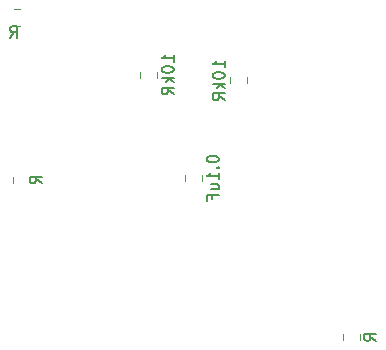
<source format=gbo>
G04 #@! TF.GenerationSoftware,KiCad,Pcbnew,(5.1.2)-2*
G04 #@! TF.CreationDate,2019-12-10T15:16:51+09:00*
G04 #@! TF.ProjectId,cap-sensor,6361702d-7365-46e7-936f-722e6b696361,rev?*
G04 #@! TF.SameCoordinates,Original*
G04 #@! TF.FileFunction,Legend,Bot*
G04 #@! TF.FilePolarity,Positive*
%FSLAX46Y46*%
G04 Gerber Fmt 4.6, Leading zero omitted, Abs format (unit mm)*
G04 Created by KiCad (PCBNEW (5.1.2)-2) date 2019-12-10 15:16:51*
%MOMM*%
%LPD*%
G04 APERTURE LIST*
%ADD10C,0.120000*%
%ADD11C,0.150000*%
%ADD12C,1.252000*%
%ADD13R,1.702000X1.702000*%
%ADD14C,1.702000*%
%ADD15R,1.827000X1.827000*%
%ADD16C,1.827000*%
%ADD17C,1.602000*%
%ADD18R,1.802000X1.802000*%
%ADD19O,1.802000X1.802000*%
%ADD20C,2.102000*%
%ADD21O,1.702000X1.702000*%
%ADD22C,1.802000*%
%ADD23O,2.052000X1.802000*%
G04 APERTURE END LIST*
D10*
X127560000Y-69833748D02*
X127560000Y-70356252D01*
X128980000Y-69833748D02*
X128980000Y-70356252D01*
X140895000Y-83313748D02*
X140895000Y-83836252D01*
X142315000Y-83313748D02*
X142315000Y-83836252D01*
X113013748Y-55805000D02*
X113536252Y-55805000D01*
X113013748Y-57225000D02*
X113536252Y-57225000D01*
X112955000Y-70501252D02*
X112955000Y-69978748D01*
X114375000Y-70501252D02*
X114375000Y-69978748D01*
X132790000Y-62101252D02*
X132790000Y-61578748D01*
X131370000Y-62101252D02*
X131370000Y-61578748D01*
X123750000Y-61088748D02*
X123750000Y-61611252D01*
X125170000Y-61088748D02*
X125170000Y-61611252D01*
D11*
X129372380Y-68452142D02*
X129372380Y-68547380D01*
X129420000Y-68642619D01*
X129467619Y-68690238D01*
X129562857Y-68737857D01*
X129753333Y-68785476D01*
X129991428Y-68785476D01*
X130181904Y-68737857D01*
X130277142Y-68690238D01*
X130324761Y-68642619D01*
X130372380Y-68547380D01*
X130372380Y-68452142D01*
X130324761Y-68356904D01*
X130277142Y-68309285D01*
X130181904Y-68261666D01*
X129991428Y-68214047D01*
X129753333Y-68214047D01*
X129562857Y-68261666D01*
X129467619Y-68309285D01*
X129420000Y-68356904D01*
X129372380Y-68452142D01*
X130277142Y-69214047D02*
X130324761Y-69261666D01*
X130372380Y-69214047D01*
X130324761Y-69166428D01*
X130277142Y-69214047D01*
X130372380Y-69214047D01*
X130372380Y-70214047D02*
X130372380Y-69642619D01*
X130372380Y-69928333D02*
X129372380Y-69928333D01*
X129515238Y-69833095D01*
X129610476Y-69737857D01*
X129658095Y-69642619D01*
X129705714Y-71071190D02*
X130372380Y-71071190D01*
X129705714Y-70642619D02*
X130229523Y-70642619D01*
X130324761Y-70690238D01*
X130372380Y-70785476D01*
X130372380Y-70928333D01*
X130324761Y-71023571D01*
X130277142Y-71071190D01*
X129848571Y-71880714D02*
X129848571Y-71547380D01*
X130372380Y-71547380D02*
X129372380Y-71547380D01*
X129372380Y-72023571D01*
X143707380Y-83884523D02*
X143231190Y-83551190D01*
X143707380Y-83313095D02*
X142707380Y-83313095D01*
X142707380Y-83694047D01*
X142755000Y-83789285D01*
X142802619Y-83836904D01*
X142897857Y-83884523D01*
X143040714Y-83884523D01*
X143135952Y-83836904D01*
X143183571Y-83789285D01*
X143231190Y-83694047D01*
X143231190Y-83313095D01*
X112720476Y-58237380D02*
X113053809Y-57761190D01*
X113291904Y-58237380D02*
X113291904Y-57237380D01*
X112910952Y-57237380D01*
X112815714Y-57285000D01*
X112768095Y-57332619D01*
X112720476Y-57427857D01*
X112720476Y-57570714D01*
X112768095Y-57665952D01*
X112815714Y-57713571D01*
X112910952Y-57761190D01*
X113291904Y-57761190D01*
X115387380Y-70549523D02*
X114911190Y-70216190D01*
X115387380Y-69978095D02*
X114387380Y-69978095D01*
X114387380Y-70359047D01*
X114435000Y-70454285D01*
X114482619Y-70501904D01*
X114577857Y-70549523D01*
X114720714Y-70549523D01*
X114815952Y-70501904D01*
X114863571Y-70454285D01*
X114911190Y-70359047D01*
X114911190Y-69978095D01*
X130882380Y-60744761D02*
X130882380Y-60173333D01*
X130882380Y-60459047D02*
X129882380Y-60459047D01*
X130025238Y-60363809D01*
X130120476Y-60268571D01*
X130168095Y-60173333D01*
X129882380Y-61363809D02*
X129882380Y-61459047D01*
X129930000Y-61554285D01*
X129977619Y-61601904D01*
X130072857Y-61649523D01*
X130263333Y-61697142D01*
X130501428Y-61697142D01*
X130691904Y-61649523D01*
X130787142Y-61601904D01*
X130834761Y-61554285D01*
X130882380Y-61459047D01*
X130882380Y-61363809D01*
X130834761Y-61268571D01*
X130787142Y-61220952D01*
X130691904Y-61173333D01*
X130501428Y-61125714D01*
X130263333Y-61125714D01*
X130072857Y-61173333D01*
X129977619Y-61220952D01*
X129930000Y-61268571D01*
X129882380Y-61363809D01*
X130882380Y-62125714D02*
X129882380Y-62125714D01*
X130501428Y-62220952D02*
X130882380Y-62506666D01*
X130215714Y-62506666D02*
X130596666Y-62125714D01*
X130882380Y-63506666D02*
X130406190Y-63173333D01*
X130882380Y-62935238D02*
X129882380Y-62935238D01*
X129882380Y-63316190D01*
X129930000Y-63411428D01*
X129977619Y-63459047D01*
X130072857Y-63506666D01*
X130215714Y-63506666D01*
X130310952Y-63459047D01*
X130358571Y-63411428D01*
X130406190Y-63316190D01*
X130406190Y-62935238D01*
X126562380Y-60254761D02*
X126562380Y-59683333D01*
X126562380Y-59969047D02*
X125562380Y-59969047D01*
X125705238Y-59873809D01*
X125800476Y-59778571D01*
X125848095Y-59683333D01*
X125562380Y-60873809D02*
X125562380Y-60969047D01*
X125610000Y-61064285D01*
X125657619Y-61111904D01*
X125752857Y-61159523D01*
X125943333Y-61207142D01*
X126181428Y-61207142D01*
X126371904Y-61159523D01*
X126467142Y-61111904D01*
X126514761Y-61064285D01*
X126562380Y-60969047D01*
X126562380Y-60873809D01*
X126514761Y-60778571D01*
X126467142Y-60730952D01*
X126371904Y-60683333D01*
X126181428Y-60635714D01*
X125943333Y-60635714D01*
X125752857Y-60683333D01*
X125657619Y-60730952D01*
X125610000Y-60778571D01*
X125562380Y-60873809D01*
X126562380Y-61635714D02*
X125562380Y-61635714D01*
X126181428Y-61730952D02*
X126562380Y-62016666D01*
X125895714Y-62016666D02*
X126276666Y-61635714D01*
X126562380Y-63016666D02*
X126086190Y-62683333D01*
X126562380Y-62445238D02*
X125562380Y-62445238D01*
X125562380Y-62826190D01*
X125610000Y-62921428D01*
X125657619Y-62969047D01*
X125752857Y-63016666D01*
X125895714Y-63016666D01*
X125990952Y-62969047D01*
X126038571Y-62921428D01*
X126086190Y-62826190D01*
X126086190Y-62445238D01*
%LPC*%
G36*
X128775505Y-68445311D02*
G01*
X128801925Y-68449230D01*
X128827835Y-68455720D01*
X128852983Y-68464718D01*
X128877128Y-68476138D01*
X128900038Y-68489869D01*
X128921492Y-68505780D01*
X128941282Y-68523718D01*
X128959220Y-68543508D01*
X128975131Y-68564962D01*
X128988862Y-68587872D01*
X129000282Y-68612017D01*
X129009280Y-68637165D01*
X129015770Y-68663075D01*
X129019689Y-68689495D01*
X129021000Y-68716173D01*
X129021000Y-69423827D01*
X129019689Y-69450505D01*
X129015770Y-69476925D01*
X129009280Y-69502835D01*
X129000282Y-69527983D01*
X128988862Y-69552128D01*
X128975131Y-69575038D01*
X128959220Y-69596492D01*
X128941282Y-69616282D01*
X128921492Y-69634220D01*
X128900038Y-69650131D01*
X128877128Y-69663862D01*
X128852983Y-69675282D01*
X128827835Y-69684280D01*
X128801925Y-69690770D01*
X128775505Y-69694689D01*
X128748827Y-69696000D01*
X127791173Y-69696000D01*
X127764495Y-69694689D01*
X127738075Y-69690770D01*
X127712165Y-69684280D01*
X127687017Y-69675282D01*
X127662872Y-69663862D01*
X127639962Y-69650131D01*
X127618508Y-69634220D01*
X127598718Y-69616282D01*
X127580780Y-69596492D01*
X127564869Y-69575038D01*
X127551138Y-69552128D01*
X127539718Y-69527983D01*
X127530720Y-69502835D01*
X127524230Y-69476925D01*
X127520311Y-69450505D01*
X127519000Y-69423827D01*
X127519000Y-68716173D01*
X127520311Y-68689495D01*
X127524230Y-68663075D01*
X127530720Y-68637165D01*
X127539718Y-68612017D01*
X127551138Y-68587872D01*
X127564869Y-68564962D01*
X127580780Y-68543508D01*
X127598718Y-68523718D01*
X127618508Y-68505780D01*
X127639962Y-68489869D01*
X127662872Y-68476138D01*
X127687017Y-68464718D01*
X127712165Y-68455720D01*
X127738075Y-68449230D01*
X127764495Y-68445311D01*
X127791173Y-68444000D01*
X128748827Y-68444000D01*
X128775505Y-68445311D01*
X128775505Y-68445311D01*
G37*
D12*
X128270000Y-69070000D03*
D11*
G36*
X128775505Y-70495311D02*
G01*
X128801925Y-70499230D01*
X128827835Y-70505720D01*
X128852983Y-70514718D01*
X128877128Y-70526138D01*
X128900038Y-70539869D01*
X128921492Y-70555780D01*
X128941282Y-70573718D01*
X128959220Y-70593508D01*
X128975131Y-70614962D01*
X128988862Y-70637872D01*
X129000282Y-70662017D01*
X129009280Y-70687165D01*
X129015770Y-70713075D01*
X129019689Y-70739495D01*
X129021000Y-70766173D01*
X129021000Y-71473827D01*
X129019689Y-71500505D01*
X129015770Y-71526925D01*
X129009280Y-71552835D01*
X129000282Y-71577983D01*
X128988862Y-71602128D01*
X128975131Y-71625038D01*
X128959220Y-71646492D01*
X128941282Y-71666282D01*
X128921492Y-71684220D01*
X128900038Y-71700131D01*
X128877128Y-71713862D01*
X128852983Y-71725282D01*
X128827835Y-71734280D01*
X128801925Y-71740770D01*
X128775505Y-71744689D01*
X128748827Y-71746000D01*
X127791173Y-71746000D01*
X127764495Y-71744689D01*
X127738075Y-71740770D01*
X127712165Y-71734280D01*
X127687017Y-71725282D01*
X127662872Y-71713862D01*
X127639962Y-71700131D01*
X127618508Y-71684220D01*
X127598718Y-71666282D01*
X127580780Y-71646492D01*
X127564869Y-71625038D01*
X127551138Y-71602128D01*
X127539718Y-71577983D01*
X127530720Y-71552835D01*
X127524230Y-71526925D01*
X127520311Y-71500505D01*
X127519000Y-71473827D01*
X127519000Y-70766173D01*
X127520311Y-70739495D01*
X127524230Y-70713075D01*
X127530720Y-70687165D01*
X127539718Y-70662017D01*
X127551138Y-70637872D01*
X127564869Y-70614962D01*
X127580780Y-70593508D01*
X127598718Y-70573718D01*
X127618508Y-70555780D01*
X127639962Y-70539869D01*
X127662872Y-70526138D01*
X127687017Y-70514718D01*
X127712165Y-70505720D01*
X127738075Y-70499230D01*
X127764495Y-70495311D01*
X127791173Y-70494000D01*
X128748827Y-70494000D01*
X128775505Y-70495311D01*
X128775505Y-70495311D01*
G37*
D12*
X128270000Y-71120000D03*
D13*
X113284000Y-93980000D03*
D14*
X113284000Y-95980000D03*
D15*
X120650000Y-57785000D03*
D16*
X120650000Y-60325000D03*
X120650000Y-62865000D03*
X120650000Y-65405000D03*
X120650000Y-67945000D03*
X120650000Y-70485000D03*
X120650000Y-73025000D03*
X120650000Y-75565000D03*
X120650000Y-78105000D03*
X120650000Y-80645000D03*
X120650000Y-83185000D03*
X120650000Y-85725000D03*
X120650000Y-88265000D03*
X120650000Y-90805000D03*
X120650000Y-93345000D03*
X135890000Y-93345000D03*
X135890000Y-90805000D03*
X135890000Y-88265000D03*
X135890000Y-85725000D03*
X135890000Y-83185000D03*
X135890000Y-80645000D03*
X135890000Y-78105000D03*
X135890000Y-75565000D03*
X135890000Y-73025000D03*
X135890000Y-70485000D03*
X135890000Y-67945000D03*
X135890000Y-65405000D03*
X135890000Y-62865000D03*
X135890000Y-60325000D03*
X135890000Y-57785000D03*
D17*
X146050000Y-85090000D03*
X146050000Y-82550000D03*
X111760000Y-53975000D03*
X114300000Y-53975000D03*
X146050000Y-66040000D03*
X146050000Y-63500000D03*
X146050000Y-60960000D03*
X146050000Y-71755000D03*
X146050000Y-74295000D03*
X146050000Y-76835000D03*
D18*
X110490000Y-71755000D03*
D19*
X110490000Y-69215000D03*
D11*
G36*
X142110505Y-81925311D02*
G01*
X142136925Y-81929230D01*
X142162835Y-81935720D01*
X142187983Y-81944718D01*
X142212128Y-81956138D01*
X142235038Y-81969869D01*
X142256492Y-81985780D01*
X142276282Y-82003718D01*
X142294220Y-82023508D01*
X142310131Y-82044962D01*
X142323862Y-82067872D01*
X142335282Y-82092017D01*
X142344280Y-82117165D01*
X142350770Y-82143075D01*
X142354689Y-82169495D01*
X142356000Y-82196173D01*
X142356000Y-82903827D01*
X142354689Y-82930505D01*
X142350770Y-82956925D01*
X142344280Y-82982835D01*
X142335282Y-83007983D01*
X142323862Y-83032128D01*
X142310131Y-83055038D01*
X142294220Y-83076492D01*
X142276282Y-83096282D01*
X142256492Y-83114220D01*
X142235038Y-83130131D01*
X142212128Y-83143862D01*
X142187983Y-83155282D01*
X142162835Y-83164280D01*
X142136925Y-83170770D01*
X142110505Y-83174689D01*
X142083827Y-83176000D01*
X141126173Y-83176000D01*
X141099495Y-83174689D01*
X141073075Y-83170770D01*
X141047165Y-83164280D01*
X141022017Y-83155282D01*
X140997872Y-83143862D01*
X140974962Y-83130131D01*
X140953508Y-83114220D01*
X140933718Y-83096282D01*
X140915780Y-83076492D01*
X140899869Y-83055038D01*
X140886138Y-83032128D01*
X140874718Y-83007983D01*
X140865720Y-82982835D01*
X140859230Y-82956925D01*
X140855311Y-82930505D01*
X140854000Y-82903827D01*
X140854000Y-82196173D01*
X140855311Y-82169495D01*
X140859230Y-82143075D01*
X140865720Y-82117165D01*
X140874718Y-82092017D01*
X140886138Y-82067872D01*
X140899869Y-82044962D01*
X140915780Y-82023508D01*
X140933718Y-82003718D01*
X140953508Y-81985780D01*
X140974962Y-81969869D01*
X140997872Y-81956138D01*
X141022017Y-81944718D01*
X141047165Y-81935720D01*
X141073075Y-81929230D01*
X141099495Y-81925311D01*
X141126173Y-81924000D01*
X142083827Y-81924000D01*
X142110505Y-81925311D01*
X142110505Y-81925311D01*
G37*
D12*
X141605000Y-82550000D03*
D11*
G36*
X142110505Y-83975311D02*
G01*
X142136925Y-83979230D01*
X142162835Y-83985720D01*
X142187983Y-83994718D01*
X142212128Y-84006138D01*
X142235038Y-84019869D01*
X142256492Y-84035780D01*
X142276282Y-84053718D01*
X142294220Y-84073508D01*
X142310131Y-84094962D01*
X142323862Y-84117872D01*
X142335282Y-84142017D01*
X142344280Y-84167165D01*
X142350770Y-84193075D01*
X142354689Y-84219495D01*
X142356000Y-84246173D01*
X142356000Y-84953827D01*
X142354689Y-84980505D01*
X142350770Y-85006925D01*
X142344280Y-85032835D01*
X142335282Y-85057983D01*
X142323862Y-85082128D01*
X142310131Y-85105038D01*
X142294220Y-85126492D01*
X142276282Y-85146282D01*
X142256492Y-85164220D01*
X142235038Y-85180131D01*
X142212128Y-85193862D01*
X142187983Y-85205282D01*
X142162835Y-85214280D01*
X142136925Y-85220770D01*
X142110505Y-85224689D01*
X142083827Y-85226000D01*
X141126173Y-85226000D01*
X141099495Y-85224689D01*
X141073075Y-85220770D01*
X141047165Y-85214280D01*
X141022017Y-85205282D01*
X140997872Y-85193862D01*
X140974962Y-85180131D01*
X140953508Y-85164220D01*
X140933718Y-85146282D01*
X140915780Y-85126492D01*
X140899869Y-85105038D01*
X140886138Y-85082128D01*
X140874718Y-85057983D01*
X140865720Y-85032835D01*
X140859230Y-85006925D01*
X140855311Y-84980505D01*
X140854000Y-84953827D01*
X140854000Y-84246173D01*
X140855311Y-84219495D01*
X140859230Y-84193075D01*
X140865720Y-84167165D01*
X140874718Y-84142017D01*
X140886138Y-84117872D01*
X140899869Y-84094962D01*
X140915780Y-84073508D01*
X140933718Y-84053718D01*
X140953508Y-84035780D01*
X140974962Y-84019869D01*
X140997872Y-84006138D01*
X141022017Y-83994718D01*
X141047165Y-83985720D01*
X141073075Y-83979230D01*
X141099495Y-83975311D01*
X141126173Y-83974000D01*
X142083827Y-83974000D01*
X142110505Y-83975311D01*
X142110505Y-83975311D01*
G37*
D12*
X141605000Y-84600000D03*
D11*
G36*
X114680505Y-55765311D02*
G01*
X114706925Y-55769230D01*
X114732835Y-55775720D01*
X114757983Y-55784718D01*
X114782128Y-55796138D01*
X114805038Y-55809869D01*
X114826492Y-55825780D01*
X114846282Y-55843718D01*
X114864220Y-55863508D01*
X114880131Y-55884962D01*
X114893862Y-55907872D01*
X114905282Y-55932017D01*
X114914280Y-55957165D01*
X114920770Y-55983075D01*
X114924689Y-56009495D01*
X114926000Y-56036173D01*
X114926000Y-56993827D01*
X114924689Y-57020505D01*
X114920770Y-57046925D01*
X114914280Y-57072835D01*
X114905282Y-57097983D01*
X114893862Y-57122128D01*
X114880131Y-57145038D01*
X114864220Y-57166492D01*
X114846282Y-57186282D01*
X114826492Y-57204220D01*
X114805038Y-57220131D01*
X114782128Y-57233862D01*
X114757983Y-57245282D01*
X114732835Y-57254280D01*
X114706925Y-57260770D01*
X114680505Y-57264689D01*
X114653827Y-57266000D01*
X113946173Y-57266000D01*
X113919495Y-57264689D01*
X113893075Y-57260770D01*
X113867165Y-57254280D01*
X113842017Y-57245282D01*
X113817872Y-57233862D01*
X113794962Y-57220131D01*
X113773508Y-57204220D01*
X113753718Y-57186282D01*
X113735780Y-57166492D01*
X113719869Y-57145038D01*
X113706138Y-57122128D01*
X113694718Y-57097983D01*
X113685720Y-57072835D01*
X113679230Y-57046925D01*
X113675311Y-57020505D01*
X113674000Y-56993827D01*
X113674000Y-56036173D01*
X113675311Y-56009495D01*
X113679230Y-55983075D01*
X113685720Y-55957165D01*
X113694718Y-55932017D01*
X113706138Y-55907872D01*
X113719869Y-55884962D01*
X113735780Y-55863508D01*
X113753718Y-55843718D01*
X113773508Y-55825780D01*
X113794962Y-55809869D01*
X113817872Y-55796138D01*
X113842017Y-55784718D01*
X113867165Y-55775720D01*
X113893075Y-55769230D01*
X113919495Y-55765311D01*
X113946173Y-55764000D01*
X114653827Y-55764000D01*
X114680505Y-55765311D01*
X114680505Y-55765311D01*
G37*
D12*
X114300000Y-56515000D03*
D11*
G36*
X112630505Y-55765311D02*
G01*
X112656925Y-55769230D01*
X112682835Y-55775720D01*
X112707983Y-55784718D01*
X112732128Y-55796138D01*
X112755038Y-55809869D01*
X112776492Y-55825780D01*
X112796282Y-55843718D01*
X112814220Y-55863508D01*
X112830131Y-55884962D01*
X112843862Y-55907872D01*
X112855282Y-55932017D01*
X112864280Y-55957165D01*
X112870770Y-55983075D01*
X112874689Y-56009495D01*
X112876000Y-56036173D01*
X112876000Y-56993827D01*
X112874689Y-57020505D01*
X112870770Y-57046925D01*
X112864280Y-57072835D01*
X112855282Y-57097983D01*
X112843862Y-57122128D01*
X112830131Y-57145038D01*
X112814220Y-57166492D01*
X112796282Y-57186282D01*
X112776492Y-57204220D01*
X112755038Y-57220131D01*
X112732128Y-57233862D01*
X112707983Y-57245282D01*
X112682835Y-57254280D01*
X112656925Y-57260770D01*
X112630505Y-57264689D01*
X112603827Y-57266000D01*
X111896173Y-57266000D01*
X111869495Y-57264689D01*
X111843075Y-57260770D01*
X111817165Y-57254280D01*
X111792017Y-57245282D01*
X111767872Y-57233862D01*
X111744962Y-57220131D01*
X111723508Y-57204220D01*
X111703718Y-57186282D01*
X111685780Y-57166492D01*
X111669869Y-57145038D01*
X111656138Y-57122128D01*
X111644718Y-57097983D01*
X111635720Y-57072835D01*
X111629230Y-57046925D01*
X111625311Y-57020505D01*
X111624000Y-56993827D01*
X111624000Y-56036173D01*
X111625311Y-56009495D01*
X111629230Y-55983075D01*
X111635720Y-55957165D01*
X111644718Y-55932017D01*
X111656138Y-55907872D01*
X111669869Y-55884962D01*
X111685780Y-55863508D01*
X111703718Y-55843718D01*
X111723508Y-55825780D01*
X111744962Y-55809869D01*
X111767872Y-55796138D01*
X111792017Y-55784718D01*
X111817165Y-55775720D01*
X111843075Y-55769230D01*
X111869495Y-55765311D01*
X111896173Y-55764000D01*
X112603827Y-55764000D01*
X112630505Y-55765311D01*
X112630505Y-55765311D01*
G37*
D12*
X112250000Y-56515000D03*
D11*
G36*
X114170505Y-68590311D02*
G01*
X114196925Y-68594230D01*
X114222835Y-68600720D01*
X114247983Y-68609718D01*
X114272128Y-68621138D01*
X114295038Y-68634869D01*
X114316492Y-68650780D01*
X114336282Y-68668718D01*
X114354220Y-68688508D01*
X114370131Y-68709962D01*
X114383862Y-68732872D01*
X114395282Y-68757017D01*
X114404280Y-68782165D01*
X114410770Y-68808075D01*
X114414689Y-68834495D01*
X114416000Y-68861173D01*
X114416000Y-69568827D01*
X114414689Y-69595505D01*
X114410770Y-69621925D01*
X114404280Y-69647835D01*
X114395282Y-69672983D01*
X114383862Y-69697128D01*
X114370131Y-69720038D01*
X114354220Y-69741492D01*
X114336282Y-69761282D01*
X114316492Y-69779220D01*
X114295038Y-69795131D01*
X114272128Y-69808862D01*
X114247983Y-69820282D01*
X114222835Y-69829280D01*
X114196925Y-69835770D01*
X114170505Y-69839689D01*
X114143827Y-69841000D01*
X113186173Y-69841000D01*
X113159495Y-69839689D01*
X113133075Y-69835770D01*
X113107165Y-69829280D01*
X113082017Y-69820282D01*
X113057872Y-69808862D01*
X113034962Y-69795131D01*
X113013508Y-69779220D01*
X112993718Y-69761282D01*
X112975780Y-69741492D01*
X112959869Y-69720038D01*
X112946138Y-69697128D01*
X112934718Y-69672983D01*
X112925720Y-69647835D01*
X112919230Y-69621925D01*
X112915311Y-69595505D01*
X112914000Y-69568827D01*
X112914000Y-68861173D01*
X112915311Y-68834495D01*
X112919230Y-68808075D01*
X112925720Y-68782165D01*
X112934718Y-68757017D01*
X112946138Y-68732872D01*
X112959869Y-68709962D01*
X112975780Y-68688508D01*
X112993718Y-68668718D01*
X113013508Y-68650780D01*
X113034962Y-68634869D01*
X113057872Y-68621138D01*
X113082017Y-68609718D01*
X113107165Y-68600720D01*
X113133075Y-68594230D01*
X113159495Y-68590311D01*
X113186173Y-68589000D01*
X114143827Y-68589000D01*
X114170505Y-68590311D01*
X114170505Y-68590311D01*
G37*
D12*
X113665000Y-69215000D03*
D11*
G36*
X114170505Y-70640311D02*
G01*
X114196925Y-70644230D01*
X114222835Y-70650720D01*
X114247983Y-70659718D01*
X114272128Y-70671138D01*
X114295038Y-70684869D01*
X114316492Y-70700780D01*
X114336282Y-70718718D01*
X114354220Y-70738508D01*
X114370131Y-70759962D01*
X114383862Y-70782872D01*
X114395282Y-70807017D01*
X114404280Y-70832165D01*
X114410770Y-70858075D01*
X114414689Y-70884495D01*
X114416000Y-70911173D01*
X114416000Y-71618827D01*
X114414689Y-71645505D01*
X114410770Y-71671925D01*
X114404280Y-71697835D01*
X114395282Y-71722983D01*
X114383862Y-71747128D01*
X114370131Y-71770038D01*
X114354220Y-71791492D01*
X114336282Y-71811282D01*
X114316492Y-71829220D01*
X114295038Y-71845131D01*
X114272128Y-71858862D01*
X114247983Y-71870282D01*
X114222835Y-71879280D01*
X114196925Y-71885770D01*
X114170505Y-71889689D01*
X114143827Y-71891000D01*
X113186173Y-71891000D01*
X113159495Y-71889689D01*
X113133075Y-71885770D01*
X113107165Y-71879280D01*
X113082017Y-71870282D01*
X113057872Y-71858862D01*
X113034962Y-71845131D01*
X113013508Y-71829220D01*
X112993718Y-71811282D01*
X112975780Y-71791492D01*
X112959869Y-71770038D01*
X112946138Y-71747128D01*
X112934718Y-71722983D01*
X112925720Y-71697835D01*
X112919230Y-71671925D01*
X112915311Y-71645505D01*
X112914000Y-71618827D01*
X112914000Y-70911173D01*
X112915311Y-70884495D01*
X112919230Y-70858075D01*
X112925720Y-70832165D01*
X112934718Y-70807017D01*
X112946138Y-70782872D01*
X112959869Y-70759962D01*
X112975780Y-70738508D01*
X112993718Y-70718718D01*
X113013508Y-70700780D01*
X113034962Y-70684869D01*
X113057872Y-70671138D01*
X113082017Y-70659718D01*
X113107165Y-70650720D01*
X113133075Y-70644230D01*
X113159495Y-70640311D01*
X113186173Y-70639000D01*
X114143827Y-70639000D01*
X114170505Y-70640311D01*
X114170505Y-70640311D01*
G37*
D12*
X113665000Y-71265000D03*
D11*
G36*
X132585505Y-62240311D02*
G01*
X132611925Y-62244230D01*
X132637835Y-62250720D01*
X132662983Y-62259718D01*
X132687128Y-62271138D01*
X132710038Y-62284869D01*
X132731492Y-62300780D01*
X132751282Y-62318718D01*
X132769220Y-62338508D01*
X132785131Y-62359962D01*
X132798862Y-62382872D01*
X132810282Y-62407017D01*
X132819280Y-62432165D01*
X132825770Y-62458075D01*
X132829689Y-62484495D01*
X132831000Y-62511173D01*
X132831000Y-63218827D01*
X132829689Y-63245505D01*
X132825770Y-63271925D01*
X132819280Y-63297835D01*
X132810282Y-63322983D01*
X132798862Y-63347128D01*
X132785131Y-63370038D01*
X132769220Y-63391492D01*
X132751282Y-63411282D01*
X132731492Y-63429220D01*
X132710038Y-63445131D01*
X132687128Y-63458862D01*
X132662983Y-63470282D01*
X132637835Y-63479280D01*
X132611925Y-63485770D01*
X132585505Y-63489689D01*
X132558827Y-63491000D01*
X131601173Y-63491000D01*
X131574495Y-63489689D01*
X131548075Y-63485770D01*
X131522165Y-63479280D01*
X131497017Y-63470282D01*
X131472872Y-63458862D01*
X131449962Y-63445131D01*
X131428508Y-63429220D01*
X131408718Y-63411282D01*
X131390780Y-63391492D01*
X131374869Y-63370038D01*
X131361138Y-63347128D01*
X131349718Y-63322983D01*
X131340720Y-63297835D01*
X131334230Y-63271925D01*
X131330311Y-63245505D01*
X131329000Y-63218827D01*
X131329000Y-62511173D01*
X131330311Y-62484495D01*
X131334230Y-62458075D01*
X131340720Y-62432165D01*
X131349718Y-62407017D01*
X131361138Y-62382872D01*
X131374869Y-62359962D01*
X131390780Y-62338508D01*
X131408718Y-62318718D01*
X131428508Y-62300780D01*
X131449962Y-62284869D01*
X131472872Y-62271138D01*
X131497017Y-62259718D01*
X131522165Y-62250720D01*
X131548075Y-62244230D01*
X131574495Y-62240311D01*
X131601173Y-62239000D01*
X132558827Y-62239000D01*
X132585505Y-62240311D01*
X132585505Y-62240311D01*
G37*
D12*
X132080000Y-62865000D03*
D11*
G36*
X132585505Y-60190311D02*
G01*
X132611925Y-60194230D01*
X132637835Y-60200720D01*
X132662983Y-60209718D01*
X132687128Y-60221138D01*
X132710038Y-60234869D01*
X132731492Y-60250780D01*
X132751282Y-60268718D01*
X132769220Y-60288508D01*
X132785131Y-60309962D01*
X132798862Y-60332872D01*
X132810282Y-60357017D01*
X132819280Y-60382165D01*
X132825770Y-60408075D01*
X132829689Y-60434495D01*
X132831000Y-60461173D01*
X132831000Y-61168827D01*
X132829689Y-61195505D01*
X132825770Y-61221925D01*
X132819280Y-61247835D01*
X132810282Y-61272983D01*
X132798862Y-61297128D01*
X132785131Y-61320038D01*
X132769220Y-61341492D01*
X132751282Y-61361282D01*
X132731492Y-61379220D01*
X132710038Y-61395131D01*
X132687128Y-61408862D01*
X132662983Y-61420282D01*
X132637835Y-61429280D01*
X132611925Y-61435770D01*
X132585505Y-61439689D01*
X132558827Y-61441000D01*
X131601173Y-61441000D01*
X131574495Y-61439689D01*
X131548075Y-61435770D01*
X131522165Y-61429280D01*
X131497017Y-61420282D01*
X131472872Y-61408862D01*
X131449962Y-61395131D01*
X131428508Y-61379220D01*
X131408718Y-61361282D01*
X131390780Y-61341492D01*
X131374869Y-61320038D01*
X131361138Y-61297128D01*
X131349718Y-61272983D01*
X131340720Y-61247835D01*
X131334230Y-61221925D01*
X131330311Y-61195505D01*
X131329000Y-61168827D01*
X131329000Y-60461173D01*
X131330311Y-60434495D01*
X131334230Y-60408075D01*
X131340720Y-60382165D01*
X131349718Y-60357017D01*
X131361138Y-60332872D01*
X131374869Y-60309962D01*
X131390780Y-60288508D01*
X131408718Y-60268718D01*
X131428508Y-60250780D01*
X131449962Y-60234869D01*
X131472872Y-60221138D01*
X131497017Y-60209718D01*
X131522165Y-60200720D01*
X131548075Y-60194230D01*
X131574495Y-60190311D01*
X131601173Y-60189000D01*
X132558827Y-60189000D01*
X132585505Y-60190311D01*
X132585505Y-60190311D01*
G37*
D12*
X132080000Y-60815000D03*
D11*
G36*
X124965505Y-59700311D02*
G01*
X124991925Y-59704230D01*
X125017835Y-59710720D01*
X125042983Y-59719718D01*
X125067128Y-59731138D01*
X125090038Y-59744869D01*
X125111492Y-59760780D01*
X125131282Y-59778718D01*
X125149220Y-59798508D01*
X125165131Y-59819962D01*
X125178862Y-59842872D01*
X125190282Y-59867017D01*
X125199280Y-59892165D01*
X125205770Y-59918075D01*
X125209689Y-59944495D01*
X125211000Y-59971173D01*
X125211000Y-60678827D01*
X125209689Y-60705505D01*
X125205770Y-60731925D01*
X125199280Y-60757835D01*
X125190282Y-60782983D01*
X125178862Y-60807128D01*
X125165131Y-60830038D01*
X125149220Y-60851492D01*
X125131282Y-60871282D01*
X125111492Y-60889220D01*
X125090038Y-60905131D01*
X125067128Y-60918862D01*
X125042983Y-60930282D01*
X125017835Y-60939280D01*
X124991925Y-60945770D01*
X124965505Y-60949689D01*
X124938827Y-60951000D01*
X123981173Y-60951000D01*
X123954495Y-60949689D01*
X123928075Y-60945770D01*
X123902165Y-60939280D01*
X123877017Y-60930282D01*
X123852872Y-60918862D01*
X123829962Y-60905131D01*
X123808508Y-60889220D01*
X123788718Y-60871282D01*
X123770780Y-60851492D01*
X123754869Y-60830038D01*
X123741138Y-60807128D01*
X123729718Y-60782983D01*
X123720720Y-60757835D01*
X123714230Y-60731925D01*
X123710311Y-60705505D01*
X123709000Y-60678827D01*
X123709000Y-59971173D01*
X123710311Y-59944495D01*
X123714230Y-59918075D01*
X123720720Y-59892165D01*
X123729718Y-59867017D01*
X123741138Y-59842872D01*
X123754869Y-59819962D01*
X123770780Y-59798508D01*
X123788718Y-59778718D01*
X123808508Y-59760780D01*
X123829962Y-59744869D01*
X123852872Y-59731138D01*
X123877017Y-59719718D01*
X123902165Y-59710720D01*
X123928075Y-59704230D01*
X123954495Y-59700311D01*
X123981173Y-59699000D01*
X124938827Y-59699000D01*
X124965505Y-59700311D01*
X124965505Y-59700311D01*
G37*
D12*
X124460000Y-60325000D03*
D11*
G36*
X124965505Y-61750311D02*
G01*
X124991925Y-61754230D01*
X125017835Y-61760720D01*
X125042983Y-61769718D01*
X125067128Y-61781138D01*
X125090038Y-61794869D01*
X125111492Y-61810780D01*
X125131282Y-61828718D01*
X125149220Y-61848508D01*
X125165131Y-61869962D01*
X125178862Y-61892872D01*
X125190282Y-61917017D01*
X125199280Y-61942165D01*
X125205770Y-61968075D01*
X125209689Y-61994495D01*
X125211000Y-62021173D01*
X125211000Y-62728827D01*
X125209689Y-62755505D01*
X125205770Y-62781925D01*
X125199280Y-62807835D01*
X125190282Y-62832983D01*
X125178862Y-62857128D01*
X125165131Y-62880038D01*
X125149220Y-62901492D01*
X125131282Y-62921282D01*
X125111492Y-62939220D01*
X125090038Y-62955131D01*
X125067128Y-62968862D01*
X125042983Y-62980282D01*
X125017835Y-62989280D01*
X124991925Y-62995770D01*
X124965505Y-62999689D01*
X124938827Y-63001000D01*
X123981173Y-63001000D01*
X123954495Y-62999689D01*
X123928075Y-62995770D01*
X123902165Y-62989280D01*
X123877017Y-62980282D01*
X123852872Y-62968862D01*
X123829962Y-62955131D01*
X123808508Y-62939220D01*
X123788718Y-62921282D01*
X123770780Y-62901492D01*
X123754869Y-62880038D01*
X123741138Y-62857128D01*
X123729718Y-62832983D01*
X123720720Y-62807835D01*
X123714230Y-62781925D01*
X123710311Y-62755505D01*
X123709000Y-62728827D01*
X123709000Y-62021173D01*
X123710311Y-61994495D01*
X123714230Y-61968075D01*
X123720720Y-61942165D01*
X123729718Y-61917017D01*
X123741138Y-61892872D01*
X123754869Y-61869962D01*
X123770780Y-61848508D01*
X123788718Y-61828718D01*
X123808508Y-61810780D01*
X123829962Y-61794869D01*
X123852872Y-61781138D01*
X123877017Y-61769718D01*
X123902165Y-61760720D01*
X123928075Y-61754230D01*
X123954495Y-61750311D01*
X123981173Y-61749000D01*
X124938827Y-61749000D01*
X124965505Y-61750311D01*
X124965505Y-61750311D01*
G37*
D12*
X124460000Y-62375000D03*
D20*
X109855000Y-64825000D03*
X109855000Y-60325000D03*
X116355000Y-64825000D03*
X116355000Y-60325000D03*
D13*
X124460000Y-66040000D03*
D21*
X132080000Y-73660000D03*
X124460000Y-68580000D03*
X132080000Y-71120000D03*
X124460000Y-71120000D03*
X132080000Y-68580000D03*
X124460000Y-73660000D03*
X132080000Y-66040000D03*
D11*
G36*
X104418975Y-70728276D02*
G01*
X104444699Y-70732092D01*
X104469925Y-70738411D01*
X104494411Y-70747172D01*
X104517920Y-70758291D01*
X104540226Y-70771661D01*
X104561114Y-70787152D01*
X104580383Y-70804617D01*
X104597848Y-70823886D01*
X104613339Y-70844774D01*
X104626709Y-70867080D01*
X104637828Y-70890589D01*
X104646589Y-70915075D01*
X104652908Y-70940301D01*
X104656724Y-70966025D01*
X104658000Y-70992000D01*
X104658000Y-72264000D01*
X104656724Y-72289975D01*
X104652908Y-72315699D01*
X104646589Y-72340925D01*
X104637828Y-72365411D01*
X104626709Y-72388920D01*
X104613339Y-72411226D01*
X104597848Y-72432114D01*
X104580383Y-72451383D01*
X104561114Y-72468848D01*
X104540226Y-72484339D01*
X104517920Y-72497709D01*
X104494411Y-72508828D01*
X104469925Y-72517589D01*
X104444699Y-72523908D01*
X104418975Y-72527724D01*
X104393000Y-72529000D01*
X102871000Y-72529000D01*
X102845025Y-72527724D01*
X102819301Y-72523908D01*
X102794075Y-72517589D01*
X102769589Y-72508828D01*
X102746080Y-72497709D01*
X102723774Y-72484339D01*
X102702886Y-72468848D01*
X102683617Y-72451383D01*
X102666152Y-72432114D01*
X102650661Y-72411226D01*
X102637291Y-72388920D01*
X102626172Y-72365411D01*
X102617411Y-72340925D01*
X102611092Y-72315699D01*
X102607276Y-72289975D01*
X102606000Y-72264000D01*
X102606000Y-70992000D01*
X102607276Y-70966025D01*
X102611092Y-70940301D01*
X102617411Y-70915075D01*
X102626172Y-70890589D01*
X102637291Y-70867080D01*
X102650661Y-70844774D01*
X102666152Y-70823886D01*
X102683617Y-70804617D01*
X102702886Y-70787152D01*
X102723774Y-70771661D01*
X102746080Y-70758291D01*
X102769589Y-70747172D01*
X102794075Y-70738411D01*
X102819301Y-70732092D01*
X102845025Y-70728276D01*
X102871000Y-70727000D01*
X104393000Y-70727000D01*
X104418975Y-70728276D01*
X104418975Y-70728276D01*
G37*
D22*
X103632000Y-71628000D03*
D23*
X103632000Y-69128000D03*
X103632000Y-66628000D03*
X103632000Y-64128000D03*
X103632000Y-61628000D03*
X113157000Y-78519000D03*
X113157000Y-81019000D03*
X113157000Y-83519000D03*
X113157000Y-86019000D03*
D11*
G36*
X113943975Y-87619276D02*
G01*
X113969699Y-87623092D01*
X113994925Y-87629411D01*
X114019411Y-87638172D01*
X114042920Y-87649291D01*
X114065226Y-87662661D01*
X114086114Y-87678152D01*
X114105383Y-87695617D01*
X114122848Y-87714886D01*
X114138339Y-87735774D01*
X114151709Y-87758080D01*
X114162828Y-87781589D01*
X114171589Y-87806075D01*
X114177908Y-87831301D01*
X114181724Y-87857025D01*
X114183000Y-87883000D01*
X114183000Y-89155000D01*
X114181724Y-89180975D01*
X114177908Y-89206699D01*
X114171589Y-89231925D01*
X114162828Y-89256411D01*
X114151709Y-89279920D01*
X114138339Y-89302226D01*
X114122848Y-89323114D01*
X114105383Y-89342383D01*
X114086114Y-89359848D01*
X114065226Y-89375339D01*
X114042920Y-89388709D01*
X114019411Y-89399828D01*
X113994925Y-89408589D01*
X113969699Y-89414908D01*
X113943975Y-89418724D01*
X113918000Y-89420000D01*
X112396000Y-89420000D01*
X112370025Y-89418724D01*
X112344301Y-89414908D01*
X112319075Y-89408589D01*
X112294589Y-89399828D01*
X112271080Y-89388709D01*
X112248774Y-89375339D01*
X112227886Y-89359848D01*
X112208617Y-89342383D01*
X112191152Y-89323114D01*
X112175661Y-89302226D01*
X112162291Y-89279920D01*
X112151172Y-89256411D01*
X112142411Y-89231925D01*
X112136092Y-89206699D01*
X112132276Y-89180975D01*
X112131000Y-89155000D01*
X112131000Y-87883000D01*
X112132276Y-87857025D01*
X112136092Y-87831301D01*
X112142411Y-87806075D01*
X112151172Y-87781589D01*
X112162291Y-87758080D01*
X112175661Y-87735774D01*
X112191152Y-87714886D01*
X112208617Y-87695617D01*
X112227886Y-87678152D01*
X112248774Y-87662661D01*
X112271080Y-87649291D01*
X112294589Y-87638172D01*
X112319075Y-87629411D01*
X112344301Y-87623092D01*
X112370025Y-87619276D01*
X112396000Y-87618000D01*
X113918000Y-87618000D01*
X113943975Y-87619276D01*
X113943975Y-87619276D01*
G37*
D22*
X113157000Y-88519000D03*
D11*
G36*
X104418975Y-87619276D02*
G01*
X104444699Y-87623092D01*
X104469925Y-87629411D01*
X104494411Y-87638172D01*
X104517920Y-87649291D01*
X104540226Y-87662661D01*
X104561114Y-87678152D01*
X104580383Y-87695617D01*
X104597848Y-87714886D01*
X104613339Y-87735774D01*
X104626709Y-87758080D01*
X104637828Y-87781589D01*
X104646589Y-87806075D01*
X104652908Y-87831301D01*
X104656724Y-87857025D01*
X104658000Y-87883000D01*
X104658000Y-89155000D01*
X104656724Y-89180975D01*
X104652908Y-89206699D01*
X104646589Y-89231925D01*
X104637828Y-89256411D01*
X104626709Y-89279920D01*
X104613339Y-89302226D01*
X104597848Y-89323114D01*
X104580383Y-89342383D01*
X104561114Y-89359848D01*
X104540226Y-89375339D01*
X104517920Y-89388709D01*
X104494411Y-89399828D01*
X104469925Y-89408589D01*
X104444699Y-89414908D01*
X104418975Y-89418724D01*
X104393000Y-89420000D01*
X102871000Y-89420000D01*
X102845025Y-89418724D01*
X102819301Y-89414908D01*
X102794075Y-89408589D01*
X102769589Y-89399828D01*
X102746080Y-89388709D01*
X102723774Y-89375339D01*
X102702886Y-89359848D01*
X102683617Y-89342383D01*
X102666152Y-89323114D01*
X102650661Y-89302226D01*
X102637291Y-89279920D01*
X102626172Y-89256411D01*
X102617411Y-89231925D01*
X102611092Y-89206699D01*
X102607276Y-89180975D01*
X102606000Y-89155000D01*
X102606000Y-87883000D01*
X102607276Y-87857025D01*
X102611092Y-87831301D01*
X102617411Y-87806075D01*
X102626172Y-87781589D01*
X102637291Y-87758080D01*
X102650661Y-87735774D01*
X102666152Y-87714886D01*
X102683617Y-87695617D01*
X102702886Y-87678152D01*
X102723774Y-87662661D01*
X102746080Y-87649291D01*
X102769589Y-87638172D01*
X102794075Y-87629411D01*
X102819301Y-87623092D01*
X102845025Y-87619276D01*
X102871000Y-87618000D01*
X104393000Y-87618000D01*
X104418975Y-87619276D01*
X104418975Y-87619276D01*
G37*
D22*
X103632000Y-88519000D03*
D23*
X103632000Y-86019000D03*
X103632000Y-83519000D03*
X103632000Y-81019000D03*
X103632000Y-78519000D03*
M02*

</source>
